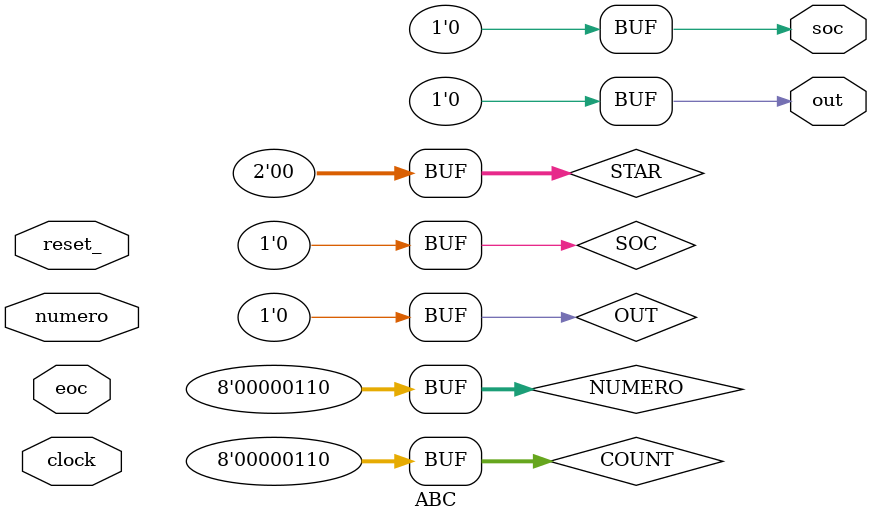
<source format=v>
module ABC(
    numero, eoc, clock, reset_,
    out, soc
);
    input [7:0] numero;
    input eoc;
    input clock, reset_;

    output out;
    output soc;

    reg SOC;
    assign soc = SOC;

    reg OUT;
    assign out = OUT;

    reg [7:0] NUMERO;
    reg [7:0] COUNT;

    reg [1:0] STAR;
    localparam 
        S0 = 0,
        S1 = 1,
        S2 = 2,
        S3 = 3;

    always @(reset_ == 0) #3 begin
        STAR   <= S0;
        NUMERO <= 6;
        COUNT  <= 6;
        SOC    <= 0;
        OUT    <= 0;
    end

    always @(posedge clock) if(reset_ == 1) #3 begin
        casex(STAR)
            S0: begin
                OUT <= 0;
                COUNT <= ( COUNT == 1 ) ? NUMERO : COUNT - 1;
                STAR <= ( COUNT == 1 ) ? S1 : S0;
            end

            S1: begin
                OUT <= 1;
                COUNT <= COUNT - 1;
                SOC <= 1;
                STAR <= (eoc == 0) ? S2 : S1;
            end

            S2: begin
                OUT <= 1;
                COUNT <= COUNT - 1;
                SOC <= 0;
                NUMERO <= numero;
                STAR <= (eoc == 1) ? S3 : S2;
            end

            S3: begin
                OUT <= 1;
                COUNT <= ( COUNT == 1 ) ? NUMERO : COUNT - 1;
                STAR <= ( COUNT == 1 ) ? S0 : S3;
            end

        endcase
    end 

endmodule
</source>
